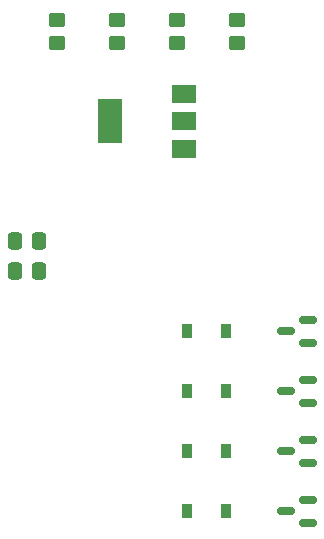
<source format=gbr>
%TF.GenerationSoftware,KiCad,Pcbnew,(6.0.4)*%
%TF.CreationDate,2022-04-18T16:03:53+05:30*%
%TF.ProjectId,esp32 switch,65737033-3220-4737-9769-7463682e6b69,rev?*%
%TF.SameCoordinates,Original*%
%TF.FileFunction,Paste,Bot*%
%TF.FilePolarity,Positive*%
%FSLAX46Y46*%
G04 Gerber Fmt 4.6, Leading zero omitted, Abs format (unit mm)*
G04 Created by KiCad (PCBNEW (6.0.4)) date 2022-04-18 16:03:53*
%MOMM*%
%LPD*%
G01*
G04 APERTURE LIST*
G04 Aperture macros list*
%AMRoundRect*
0 Rectangle with rounded corners*
0 $1 Rounding radius*
0 $2 $3 $4 $5 $6 $7 $8 $9 X,Y pos of 4 corners*
0 Add a 4 corners polygon primitive as box body*
4,1,4,$2,$3,$4,$5,$6,$7,$8,$9,$2,$3,0*
0 Add four circle primitives for the rounded corners*
1,1,$1+$1,$2,$3*
1,1,$1+$1,$4,$5*
1,1,$1+$1,$6,$7*
1,1,$1+$1,$8,$9*
0 Add four rect primitives between the rounded corners*
20,1,$1+$1,$2,$3,$4,$5,0*
20,1,$1+$1,$4,$5,$6,$7,0*
20,1,$1+$1,$6,$7,$8,$9,0*
20,1,$1+$1,$8,$9,$2,$3,0*%
G04 Aperture macros list end*
%ADD10RoundRect,0.150000X0.587500X0.150000X-0.587500X0.150000X-0.587500X-0.150000X0.587500X-0.150000X0*%
%ADD11R,0.900000X1.200000*%
%ADD12R,2.000000X1.500000*%
%ADD13R,2.000000X3.800000*%
%ADD14RoundRect,0.250000X-0.450000X0.350000X-0.450000X-0.350000X0.450000X-0.350000X0.450000X0.350000X0*%
%ADD15RoundRect,0.250000X0.337500X0.475000X-0.337500X0.475000X-0.337500X-0.475000X0.337500X-0.475000X0*%
%ADD16RoundRect,0.250000X-0.337500X-0.475000X0.337500X-0.475000X0.337500X0.475000X-0.337500X0.475000X0*%
G04 APERTURE END LIST*
D10*
%TO.C,Q3*%
X143177500Y-95570000D03*
X143177500Y-97470000D03*
X141302500Y-96520000D03*
%TD*%
D11*
%TO.C,D1*%
X136270000Y-86360000D03*
X132970000Y-86360000D03*
%TD*%
D12*
%TO.C,U1*%
X132690000Y-66280000D03*
X132690000Y-68580000D03*
D13*
X126390000Y-68580000D03*
D12*
X132690000Y-70880000D03*
%TD*%
D10*
%TO.C,Q4*%
X143177500Y-100650000D03*
X143177500Y-102550000D03*
X141302500Y-101600000D03*
%TD*%
%TO.C,Q2*%
X143177500Y-90490000D03*
X143177500Y-92390000D03*
X141302500Y-91440000D03*
%TD*%
D11*
%TO.C,D4*%
X136270000Y-101600000D03*
X132970000Y-101600000D03*
%TD*%
D10*
%TO.C,Q1*%
X143177500Y-85410000D03*
X143177500Y-87310000D03*
X141302500Y-86360000D03*
%TD*%
D11*
%TO.C,D3*%
X136270000Y-96520000D03*
X132970000Y-96520000D03*
%TD*%
D14*
%TO.C,R4*%
X137160000Y-59960000D03*
X137160000Y-61960000D03*
%TD*%
D11*
%TO.C,D2*%
X136270000Y-91440000D03*
X132970000Y-91440000D03*
%TD*%
D15*
%TO.C,C1*%
X120417500Y-81280000D03*
X118342500Y-81280000D03*
%TD*%
D14*
%TO.C,R3*%
X132080000Y-59960000D03*
X132080000Y-61960000D03*
%TD*%
%TO.C,R2*%
X127000000Y-59960000D03*
X127000000Y-61960000D03*
%TD*%
%TO.C,R1*%
X121920000Y-59960000D03*
X121920000Y-61960000D03*
%TD*%
D16*
%TO.C,C2*%
X118342500Y-78740000D03*
X120417500Y-78740000D03*
%TD*%
M02*

</source>
